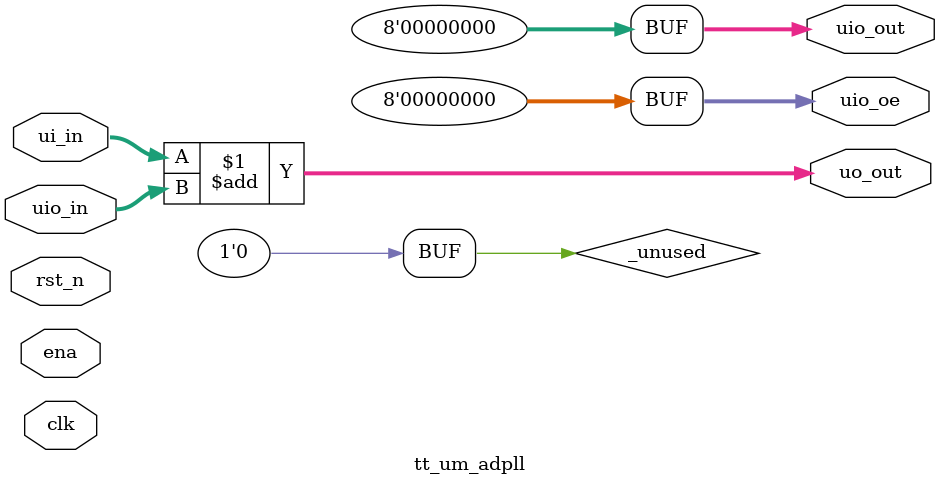
<source format=v>
/*
 * Copyright (c) 2024 Your Name
 * SPDX-License-Identifier: Apache-2.0
 */

`default_nettype none

module tt_um_adpll (
    input  wire [7:0] ui_in,    // Dedicated inputs
    output wire [7:0] uo_out,   // Dedicated outputs
    input  wire [7:0] uio_in,   // IOs: Input path
    output wire [7:0] uio_out,  // IOs: Output path
    output wire [7:0] uio_oe,   // IOs: Enable path (active high: 0=input, 1=output)
    input  wire       ena,      // always 1 when the design is powered, so you can ignore it
    input  wire       clk,      // clock
    input  wire       rst_n     // reset_n - low to reset
);

  // All output pins must be assigned. If not used, assign to 0.
  assign uo_out  = ui_in + uio_in;  // Example: ou_out is the sum of ui_in and uio_in
  assign uio_out = 0;
  assign uio_oe  = 0;

  // List all unused inputs to prevent warnings
  wire _unused = &{ena, clk, rst_n, 1'b0};

endmodule

`default_nettype wire


</source>
